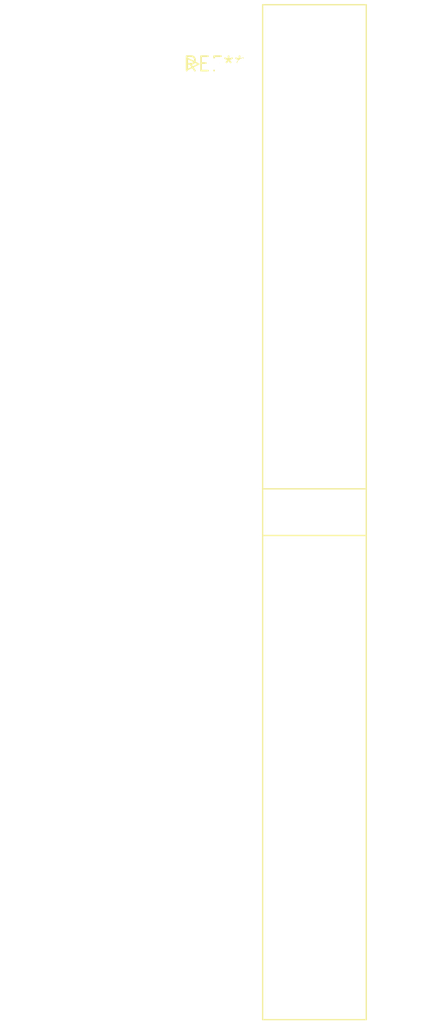
<source format=kicad_pcb>
(kicad_pcb (version 20240108) (generator pcbnew)
  (layers (0 "F.Cu" signal) (31 "B.Cu" signal) (34 "B.Paste" user) (35 "F.Paste" user) (36 "B.SilkS" user "B.Silkscreen") (37 "F.SilkS" user "F.Silkscreen") (38 "B.Mask" user) (39 "F.Mask" user) (44 "Edge.Cuts" user))
  (net 0 "")
  (footprint "IDC-Header_2x32_P2.54mm_Horizontal" (layer "F.Cu") (at 0 0)
    (property "Reference" "REF**")
    (property "Value" "IDC-Header_2x32_P2.54mm_Horizontal")
    (fp_line (start -2.35 -0.5) (end -2.35 0.5) (layer "F.SilkS") (stroke (width 0.12)))
    (fp_line (start -2.35 0.5) (end -1.35 0) (layer "F.SilkS") (stroke (width 0.12)))
    (fp_line (start -1.35 0) (end -2.35 -0.5) (layer "F.SilkS") (stroke (width 0.12)))
    (fp_line (start 4.27 -5.21) (end 13.39 -5.21) (layer "F.SilkS") (stroke (width 0.12)))
    (fp_line (start 4.27 37.32) (end 13.39 37.32) (layer "F.SilkS") (stroke (width 0.12)))
    (fp_line (start 4.27 41.42) (end 13.39 41.42) (layer "F.SilkS") (stroke (width 0.12)))
    (fp_line (start 4.27 83.95) (end 4.27 -5.21) (layer "F.SilkS") (stroke (width 0.12)))
    (fp_line (start 13.39 -5.21) (end 13.39 83.95) (layer "F.SilkS") (stroke (width 0.12)))
    (fp_line (start 13.39 83.95) (end 4.27 83.95) (layer "F.SilkS") (stroke (width 0.12)))
    (pad "1" thru_hole roundrect (at 0 0) (size 1.7 1.7) (drill 1) (layers *.Cu *.Mask) (remove_unused_layers) (roundrect_rratio 0.147059))
    (pad "2" thru_hole circle (at 2.54 0) (size 1.7 1.7) (drill 1) (layers *.Cu *.Mask) (remove_unused_layers))
    (pad "3" thru_hole circle (at 0 2.54) (size 1.7 1.7) (drill 1) (layers *.Cu *.Mask) (remove_unused_layers))
    (pad "4" thru_hole circle (at 2.54 2.54) (size 1.7 1.7) (drill 1) (layers *.Cu *.Mask) (remove_unused_layers))
    (pad "5" thru_hole circle (at 0 5.08) (size 1.7 1.7) (drill 1) (layers *.Cu *.Mask) (remove_unused_layers))
    (pad "6" thru_hole circle (at 2.54 5.08) (size 1.7 1.7) (drill 1) (layers *.Cu *.Mask) (remove_unused_layers))
    (pad "7" thru_hole circle (at 0 7.62) (size 1.7 1.7) (drill 1) (layers *.Cu *.Mask) (remove_unused_layers))
    (pad "8" thru_hole circle (at 2.54 7.62) (size 1.7 1.7) (drill 1) (layers *.Cu *.Mask) (remove_unused_layers))
    (pad "9" thru_hole circle (at 0 10.16) (size 1.7 1.7) (drill 1) (layers *.Cu *.Mask) (remove_unused_layers))
    (pad "10" thru_hole circle (at 2.54 10.16) (size 1.7 1.7) (drill 1) (layers *.Cu *.Mask) (remove_unused_layers))
    (pad "11" thru_hole circle (at 0 12.7) (size 1.7 1.7) (drill 1) (layers *.Cu *.Mask) (remove_unused_layers))
    (pad "12" thru_hole circle (at 2.54 12.7) (size 1.7 1.7) (drill 1) (layers *.Cu *.Mask) (remove_unused_layers))
    (pad "13" thru_hole circle (at 0 15.24) (size 1.7 1.7) (drill 1) (layers *.Cu *.Mask) (remove_unused_layers))
    (pad "14" thru_hole circle (at 2.54 15.24) (size 1.7 1.7) (drill 1) (layers *.Cu *.Mask) (remove_unused_layers))
    (pad "15" thru_hole circle (at 0 17.78) (size 1.7 1.7) (drill 1) (layers *.Cu *.Mask) (remove_unused_layers))
    (pad "16" thru_hole circle (at 2.54 17.78) (size 1.7 1.7) (drill 1) (layers *.Cu *.Mask) (remove_unused_layers))
    (pad "17" thru_hole circle (at 0 20.32) (size 1.7 1.7) (drill 1) (layers *.Cu *.Mask) (remove_unused_layers))
    (pad "18" thru_hole circle (at 2.54 20.32) (size 1.7 1.7) (drill 1) (layers *.Cu *.Mask) (remove_unused_layers))
    (pad "19" thru_hole circle (at 0 22.86) (size 1.7 1.7) (drill 1) (layers *.Cu *.Mask) (remove_unused_layers))
    (pad "20" thru_hole circle (at 2.54 22.86) (size 1.7 1.7) (drill 1) (layers *.Cu *.Mask) (remove_unused_layers))
    (pad "21" thru_hole circle (at 0 25.4) (size 1.7 1.7) (drill 1) (layers *.Cu *.Mask) (remove_unused_layers))
    (pad "22" thru_hole circle (at 2.54 25.4) (size 1.7 1.7) (drill 1) (layers *.Cu *.Mask) (remove_unused_layers))
    (pad "23" thru_hole circle (at 0 27.94) (size 1.7 1.7) (drill 1) (layers *.Cu *.Mask) (remove_unused_layers))
    (pad "24" thru_hole circle (at 2.54 27.94) (size 1.7 1.7) (drill 1) (layers *.Cu *.Mask) (remove_unused_layers))
    (pad "25" thru_hole circle (at 0 30.48) (size 1.7 1.7) (drill 1) (layers *.Cu *.Mask) (remove_unused_layers))
    (pad "26" thru_hole circle (at 2.54 30.48) (size 1.7 1.7) (drill 1) (layers *.Cu *.Mask) (remove_unused_layers))
    (pad "27" thru_hole circle (at 0 33.02) (size 1.7 1.7) (drill 1) (layers *.Cu *.Mask) (remove_unused_layers))
    (pad "28" thru_hole circle (at 2.54 33.02) (size 1.7 1.7) (drill 1) (layers *.Cu *.Mask) (remove_unused_layers))
    (pad "29" thru_hole circle (at 0 35.56) (size 1.7 1.7) (drill 1) (layers *.Cu *.Mask) (remove_unused_layers))
    (pad "30" thru_hole circle (at 2.54 35.56) (size 1.7 1.7) (drill 1) (layers *.Cu *.Mask) (remove_unused_layers))
    (pad "31" thru_hole circle (at 0 38.1) (size 1.7 1.7) (drill 1) (layers *.Cu *.Mask) (remove_unused_layers))
    (pad "32" thru_hole circle (at 2.54 38.1) (size 1.7 1.7) (drill 1) (layers *.Cu *.Mask) (remove_unused_layers))
    (pad "33" thru_hole circle (at 0 40.64) (size 1.7 1.7) (drill 1) (layers *.Cu *.Mask) (remove_unused_layers))
    (pad "34" thru_hole circle (at 2.54 40.64) (size 1.7 1.7) (drill 1) (layers *.Cu *.Mask) (remove_unused_layers))
    (pad "35" thru_hole circle (at 0 43.18) (size 1.7 1.7) (drill 1) (layers *.Cu *.Mask) (remove_unused_layers))
    (pad "36" thru_hole circle (at 2.54 43.18) (size 1.7 1.7) (drill 1) (layers *.Cu *.Mask) (remove_unused_layers))
    (pad "37" thru_hole circle (at 0 45.72) (size 1.7 1.7) (drill 1) (layers *.Cu *.Mask) (remove_unused_layers))
    (pad "38" thru_hole circle (at 2.54 45.72) (size 1.7 1.7) (drill 1) (layers *.Cu *.Mask) (remove_unused_layers))
    (pad "39" thru_hole circle (at 0 48.26) (size 1.7 1.7) (drill 1) (layers *.Cu *.Mask) (remove_unused_layers))
    (pad "40" thru_hole circle (at 2.54 48.26) (size 1.7 1.7) (drill 1) (layers *.Cu *.Mask) (remove_unused_layers))
    (pad "41" thru_hole circle (at 0 50.8) (size 1.7 1.7) (drill 1) (layers *.Cu *.Mask) (remove_unused_layers))
    (pad "42" thru_hole circle (at 2.54 50.8) (size 1.7 1.7) (drill 1) (layers *.Cu *.Mask) (remove_unused_layers))
    (pad "43" thru_hole circle (at 0 53.34) (size 1.7 1.7) (drill 1) (layers *.Cu *.Mask) (remove_unused_layers))
    (pad "44" thru_hole circle (at 2.54 53.34) (size 1.7 1.7) (drill 1) (layers *.Cu *.Mask) (remove_unused_layers))
    (pad "45" thru_hole circle (at 0 55.88) (size 1.7 1.7) (drill 1) (layers *.Cu *.Mask) (remove_unused_layers))
    (pad "46" thru_hole circle (at 2.54 55.88) (size 1.7 1.7) (drill 1) (layers *.Cu *.Mask) (remove_unused_layers))
    (pad "47" thru_hole circle (at 0 58.42) (size 1.7 1.7) (drill 1) (layers *.Cu *.Mask) (remove_unused_layers))
    (pad "48" thru_hole circle (at 2.54 58.42) (size 1.7 1.7) (drill 1) (layers *.Cu *.Mask) (remove_unused_layers))
    (pad "49" thru_hole circle (at 0 60.96) (size 1.7 1.7) (drill 1) (layers *.Cu *.Mask) (remove_unused_layers))
    (pad "50" thru_hole circle (at 2.54 60.96) (size 1.7 1.7) (drill 1) (layers *.Cu *.Mask) (remove_unused_layers))
    (pad "51" thru_hole circle (at 0 63.5) (size 1.7 1.7) (drill 1) (layers *.Cu *.Mask) (remove_unused_layers))
    (pad "52" thru_hole circle (at 2.54 63.5) (size 1.7 1.7) (drill 1) (layers *.Cu *.Mask) (remove_unused_layers))
    (pad "53" thru_hole circle (at 0 66.04) (size 1.7 1.7) (drill 1) (layers *.Cu *.Mask) (remove_unused_layers))
    (pad "54" thru_hole circle (at 2.54 66.04) (size 1.7 1.7) (drill 1) (layers *.Cu *.Mask) (remove_unused_layers))
    (pad "55" thru_hole circle (at 0 68.58) (size 1.7 1.7) (drill 1) (layers *.Cu *.Mask) (remove_unused_layers))
    (pad "56" thru_hole circle (at 2.54 68.58) (size 1.7 1.7) (drill 1) (layers *.Cu *.Mask) (remove_unused_layers))
    (pad "57" thru_hole circle (at 0 71.12) (size 1.7 1.7) (drill 1) (layers *.Cu *.Mask) (remove_unused_layers))
    (pad "58" thru_hole circle (at 2.54 71.12) (size 1.7 1.7) (drill 1) (layers *.Cu *.Mask) (remove_unused_layers))
    (pad "59" thru_hole circle (at 0 73.66) (size 1.7 1.7) (drill 1) (layers *.Cu *.Mask) (remove_unused_layers))
    (pad "60" thru_hole circle (at 2.54 73.66) (size 1.7 1.7) (drill 1) (layers *.Cu *.Mask) (remove_unused_layers))
    (pad "61" thru_hole circle (at 0 76.2) (size 1.7 1.7) (drill 1) (layers *.Cu *.Mask) (remove_unused_layers))
    (pad "62" thru_hole circle (at 2.54 76.2) (size 1.7 1.7) (drill 1) (layers *.Cu *.Mask) (remove_unused_layers))
    (pad "63" thru_hole circle (at 0 78.74) (size 1.7 1.7) (drill 1) (layers *.Cu *.Mask) (remove_unused_layers))
    (pad "64" thru_hole circle (at 2.54 78.74) (size 1.7 1.7) (drill 1) (layers *.Cu *.Mask) (remove_unused_layers))
  )
)
</source>
